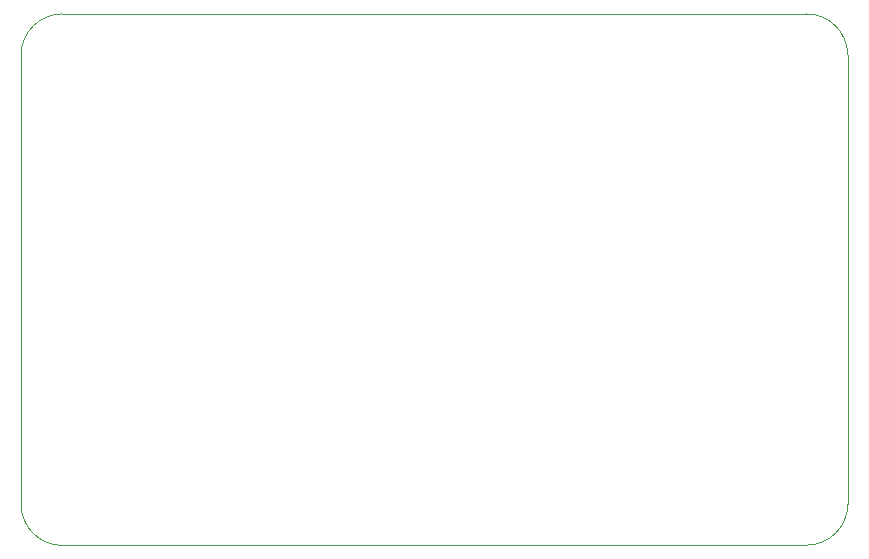
<source format=gbr>
%TF.GenerationSoftware,KiCad,Pcbnew,8.0.2*%
%TF.CreationDate,2024-05-05T15:17:45+02:00*%
%TF.ProjectId,motor_unicorn,6d6f746f-725f-4756-9e69-636f726e2e6b,rev?*%
%TF.SameCoordinates,Original*%
%TF.FileFunction,Profile,NP*%
%FSLAX46Y46*%
G04 Gerber Fmt 4.6, Leading zero omitted, Abs format (unit mm)*
G04 Created by KiCad (PCBNEW 8.0.2) date 2024-05-05 15:17:45*
%MOMM*%
%LPD*%
G01*
G04 APERTURE LIST*
%TA.AperFunction,Profile*%
%ADD10C,0.050000*%
%TD*%
G04 APERTURE END LIST*
D10*
X31525126Y-19974874D02*
X-31500000Y-20000000D01*
X-35000000Y-16500000D02*
X-35000000Y21500000D01*
X35000000Y-16500000D02*
G75*
G02*
X31525126Y-19974900I-3474900J0D01*
G01*
X-35000000Y21500000D02*
G75*
G02*
X-31500000Y25000000I3499999J1D01*
G01*
X35000000Y21500000D02*
X35000000Y-16500000D01*
X31500000Y25000000D02*
G75*
G02*
X35000000Y21500000I0J-3500000D01*
G01*
X-31500000Y25000000D02*
X31500000Y25000000D01*
X-31500000Y-20000000D02*
G75*
G02*
X-35000000Y-16500000I-1J3499999D01*
G01*
M02*

</source>
